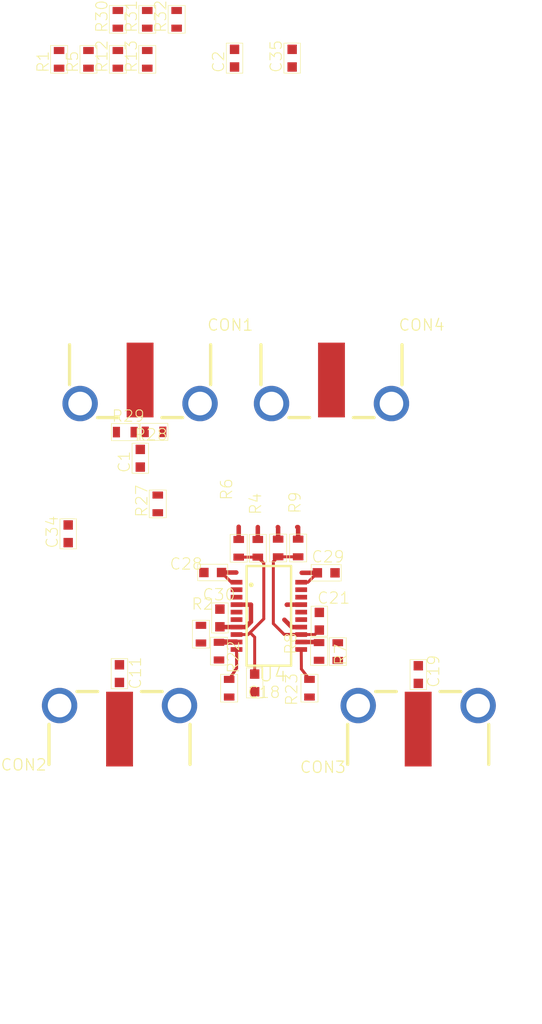
<source format=kicad_pcb>
(kicad_pcb (version 20221018) (generator pcbnew)
  (layers (0 "F.Cu" signal "Top") (1 "In1.Cu" signal "Route2") (2 "In2.Cu" signal "Route15") (31 "B.Cu" signal "Bottom") (34 "B.Paste" user) (35 "F.Paste" user) (36 "B.SilkS" user "B.Silkscreen") (37 "F.SilkS" user "F.Silkscreen") (38 "B.Mask" user) (39 "F.Mask" user) (44 "Edge.Cuts" user))
  (net 0 "")
  (net 1 "DGND")
  (net 2 "Net-(C11-1)")
  (net 3 "/Comparators/INPUT1")
  (net 4 "/Comparators/TH1")
  (net 5 "Net-(C19-1)")
  (net 6 "/Comparators/INPUT2")
  (net 7 "/Comparators/TH2")
  (net 8 "Net-(C34-2)")
  (net 9 "Net-(C35-2)")
  (net 10 "Net-(R22-1)")
  (net 11 "Net-(R23-2)")
  (net 16 "Net-(C1-1)")
  (net 17 "Net-(C2-1)")
  (net 18 "VCCIO_34")
  (net 19 "OUT1_P")
  (net 20 "OUT1_N")
  (net 21 "OUT2_P")
  (net 22 "OUT2_N")
  (footprint "carrier:QSOP20" (layer "F.Cu") (at 53.8988 125.603 -90)
    (fp_text reference "U4" (at 5.6729 0.9286) (layer "F.SilkS") (effects (font (size 1.2065 1.2065) (thickness 0.09652)) (justify left bottom)))
    (fp_text value "ADCMP552")
    (fp_line (start -4.235 -1.89) (end 4.235 -1.89) (stroke (width 0.2032)) (layer "F.SilkS"))
    (fp_line (start -4.235 1.89) (end -4.235 -1.89) (stroke (width 0.2032)) (layer "F.SilkS"))
    (fp_line (start 4.235 -1.89) (end 4.235 1.89) (stroke (width 0.2032)) (layer "F.SilkS"))
    (fp_line (start 4.235 1.89) (end -4.235 1.89) (stroke (width 0.2032)) (layer "F.SilkS"))
    (fp_circle (center -2.635 1.5) (end -2.535 1.5) (stroke (width 0.2)) (fill none) (layer "F.SilkS"))
    (pad "1" smd rect (at -2.858 2.75 270) (size 0.4 1) (layers "F.Cu" "F.Paste" "F.Mask") (net 18 "VCCIO_34"))
    (pad "2" smd rect (at -2.223 2.75 270) (size 0.4 1) (layers "F.Cu" "F.Paste" "F.Mask") (net 19 "OUT1_P"))
    (pad "3" smd rect (at -1.588 2.75 270) (size 0.4 1) (layers "F.Cu" "F.Paste" "F.Mask") (net 20 "OUT1_N"))
    (pad "4" smd rect (at -0.953 2.75 270) (size 0.4 1) (layers "F.Cu" "F.Paste" "F.Mask") (net 18 "VCCIO_34"))
    (pad "5" smd rect (at -0.318 2.75 270) (size 0.4 1) (layers "F.Cu" "F.Paste" "F.Mask"))
    (pad "6" smd rect (at 0.318 2.75 270) (size 0.4 1) (layers "F.Cu" "F.Paste" "F.Mask"))
    (pad "7" smd rect (at 0.953 2.75 270) (size 0.4 1) (layers "F.Cu" "F.Paste" "F.Mask") (net 18 "VCCIO_34"))
    (pad "8" smd rect (at 1.588 2.75 270) (size 0.4 1) (layers "F.Cu" "F.Paste" "F.Mask") (net 4 "/Comparators/TH1"))
    (pad "9" smd rect (at 2.223 2.75 270) (size 0.4 1) (layers "F.Cu" "F.Paste" "F.Mask") (net 3 "/Comparators/INPUT1"))
    (pad "10" smd rect (at 2.858 2.75 270) (size 0.4 1) (layers "F.Cu" "F.Paste" "F.Mask") (net 10 "Net-(R22-1)"))
    (pad "11" smd rect (at 2.858 -2.75 270) (size 0.4 1) (layers "F.Cu" "F.Paste" "F.Mask") (net 11 "Net-(R23-2)"))
    (pad "12" smd rect (at 2.223 -2.75 270) (size 0.4 1) (layers "F.Cu" "F.Paste" "F.Mask") (net 6 "/Comparators/INPUT2"))
    (pad "13" smd rect (at 1.588 -2.75 270) (size 0.4 1) (layers "F.Cu" "F.Paste" "F.Mask") (net 7 "/Comparators/TH2"))
    (pad "14" smd rect (at 0.953 -2.75 270) (size 0.4 1) (layers "F.Cu" "F.Paste" "F.Mask") (net 1 "DGND"))
    (pad "15" smd rect (at 0.318 -2.75 270) (size 0.4 1) (layers "F.Cu" "F.Paste" "F.Mask"))
    (pad "16" smd rect (at -0.318 -2.75 270) (size 0.4 1) (layers "F.Cu" "F.Paste" "F.Mask"))
    (pad "17" smd rect (at -0.953 -2.75 270) (size 0.4 1) (layers "F.Cu" "F.Paste" "F.Mask") (net 18 "VCCIO_34"))
    (pad "18" smd rect (at -1.588 -2.75 270) (size 0.4 1) (layers "F.Cu" "F.Paste" "F.Mask") (net 22 "OUT2_N"))
    (pad "19" smd rect (at -2.223 -2.75 270) (size 0.4 1) (layers "F.Cu" "F.Paste" "F.Mask") (net 21 "OUT2_P"))
    (pad "20" smd rect (at -2.858 -2.75 270) (size 0.4 1) (layers "F.Cu" "F.Paste" "F.Mask") (net 18 "VCCIO_34"))
  )
  (footprint "carrier:BNC_V-BITE_PCB_EDGE" (layer "F.Cu") (at 41.1988 133.223 -90)
    (fp_text reference "CON2" (at 5.6006 10.1688) (layer "F.SilkS") (effects (font (size 0.9652 0.9652) (thickness 0.09652)) (justify left bottom)))
    (fp_text value "BNC_361V504EFT" hide)
    (fp_line (start -1.19 -1.86) (end -1.19 -3.62) (stroke (width 0.28)) (layer "F.SilkS"))
    (fp_line (start -1.19 3.62) (end -1.19 1.86) (stroke (width 0.28)) (layer "F.SilkS"))
    (fp_line (start 1.6 -6) (end 5 -6) (stroke (width 0.28)) (layer "F.SilkS"))
    (fp_line (start 1.6 6) (end 5 6) (stroke (width 0.28)) (layer "F.SilkS"))
    (pad "GND$1" thru_hole circle (at 0 -5.1 270) (size 3.0099 3.0099) (drill 2.0066) (layers "*.Cu" "*.Mask") (net 18 "VCCIO_34"))
    (pad "GND$2" thru_hole circle (at 0 5.1 270) (size 3.0099 3.0099) (drill 2.0066) (layers "*.Cu" "*.Mask") (net 18 "VCCIO_34"))
    (pad "P$1" smd rect (at 2 0 270) (size 6.35 2.286) (layers "F.Cu" "F.Mask") (net 2 "Net-(C11-1)"))
  )
  (footprint "carrier:R_0603" (layer "F.Cu") (at 48.122681 127.158492 90)
    (fp_text reference "R2" (at 1.9988 -0.8606) (layer "F.SilkS") (effects (font (size 0.9652 0.9652) (thickness 0.077216)) (justify left bottom)))
    (fp_text value "100" hide)
    (fp_line (start -1.175 -0.725) (end -1.175 0.725) (stroke (width 0.05)) (layer "F.SilkS"))
    (fp_line (start -1.175 0.725) (end 1.175 0.725) (stroke (width 0.05)) (layer "F.SilkS"))
    (fp_line (start 1.175 -0.725) (end -1.175 -0.725) (stroke (width 0.05)) (layer "F.SilkS"))
    (fp_line (start 1.175 0.725) (end 1.175 -0.725) (stroke (width 0.05)) (layer "F.SilkS"))
    (pad "P$1" smd rect (at -0.75 0 90) (size 0.6 0.9) (layers "F.Cu" "F.Paste" "F.Mask") (net 3 "/Comparators/INPUT1"))
    (pad "P$2" smd rect (at 0.75 0 90) (size 0.6 0.9) (layers "F.Cu" "F.Paste" "F.Mask") (net 18 "VCCIO_34"))
  )
  (footprint "carrier:R_0603" (layer "F.Cu") (at 49.657 128.6002 90)
    (fp_text reference "R3" hide)
    (fp_text value "100" hide)
    (fp_line (start -1.175 -0.725) (end -1.175 0.725) (stroke (width 0.05)) (layer "F.SilkS"))
    (fp_line (start -1.175 0.725) (end 1.175 0.725) (stroke (width 0.05)) (layer "F.SilkS"))
    (fp_line (start 1.175 -0.725) (end -1.175 -0.725) (stroke (width 0.05)) (layer "F.SilkS"))
    (fp_line (start 1.175 0.725) (end 1.175 -0.725) (stroke (width 0.05)) (layer "F.SilkS"))
    (pad "P$1" smd rect (at -0.75 0 90) (size 0.6 0.9) (layers "F.Cu" "F.Paste" "F.Mask") (net 1 "DGND"))
    (pad "P$2" smd rect (at 0.75 0 90) (size 0.6 0.9) (layers "F.Cu" "F.Paste" "F.Mask") (net 3 "/Comparators/INPUT1"))
  )
  (footprint "carrier:R_0603" (layer "F.Cu") (at 52.959 119.8626 90)
    (fp_text reference "R4" (at 2.791 0.3732 90) (layer "F.SilkS") (effects (font (size 0.9652 0.9652) (thickness 0.077216)) (justify left bottom)))
    (fp_text value "1.1k" hide)
    (fp_line (start -1.175 -0.725) (end -1.175 0.725) (stroke (width 0.05)) (layer "F.SilkS"))
    (fp_line (start -1.175 0.725) (end 1.175 0.725) (stroke (width 0.05)) (layer "F.SilkS"))
    (fp_line (start 1.175 -0.725) (end -1.175 -0.725) (stroke (width 0.05)) (layer "F.SilkS"))
    (fp_line (start 1.175 0.725) (end 1.175 -0.725) (stroke (width 0.05)) (layer "F.SilkS"))
    (pad "P$1" smd rect (at -0.75 0 90) (size 0.6 0.9) (layers "F.Cu" "F.Paste" "F.Mask") (net 4 "/Comparators/TH1"))
    (pad "P$2" smd rect (at 0.75 0 90) (size 0.6 0.9) (layers "F.Cu" "F.Paste" "F.Mask") (net 18 "VCCIO_34"))
  )
  (footprint "carrier:C_MLCC_0603" (layer "F.Cu") (at 41.189453 130.510341 90)
    (fp_text reference "C11" (at -1.4016 1.9178 90) (layer "F.SilkS") (effects (font (size 0.9652 0.9652) (thickness 0.077216)) (justify left bottom)))
    (fp_text value "0.1u" hide)
    (fp_line (start -1.275 -0.7) (end -1.275 0.7) (stroke (width 0.05)) (layer "F.SilkS"))
    (fp_line (start -1.275 0.7) (end 1.275 0.7) (stroke (width 0.05)) (layer "F.SilkS"))
    (fp_line (start 1.275 -0.7) (end -1.275 -0.7) (stroke (width 0.05)) (layer "F.SilkS"))
    (fp_line (start 1.275 0.7) (end 1.275 -0.7) (stroke (width 0.05)) (layer "F.SilkS"))
    (pad "P$1" smd rect (at -0.75 0 90) (size 0.8 0.8) (layers "F.Cu" "F.Paste" "F.Mask") (net 2 "Net-(C11-1)"))
    (pad "P$2" smd rect (at 0.75 0 90) (size 0.8 0.8) (layers "F.Cu" "F.Paste" "F.Mask") (net 3 "/Comparators/INPUT1"))
  )
  (footprint "carrier:R_0603" (layer "F.Cu") (at 51.3334 119.8626 -90)
    (fp_text reference "R6" (at -4.0194 0.47 90) (layer "F.SilkS") (effects (font (size 0.9652 0.9652) (thickness 0.077216)) (justify left bottom)))
    (fp_text value "1.1k" hide)
    (fp_line (start -1.175 -0.725) (end -1.175 0.725) (stroke (width 0.05)) (layer "F.SilkS"))
    (fp_line (start -1.175 0.725) (end 1.175 0.725) (stroke (width 0.05)) (layer "F.SilkS"))
    (fp_line (start 1.175 -0.725) (end -1.175 -0.725) (stroke (width 0.05)) (layer "F.SilkS"))
    (fp_line (start 1.175 0.725) (end 1.175 -0.725) (stroke (width 0.05)) (layer "F.SilkS"))
    (pad "P$1" smd rect (at -0.75 0 270) (size 0.6 0.9) (layers "F.Cu" "F.Paste" "F.Mask") (net 1 "DGND"))
    (pad "P$2" smd rect (at 0.75 0 270) (size 0.6 0.9) (layers "F.Cu" "F.Paste" "F.Mask") (net 4 "/Comparators/TH1"))
  )
  (footprint "carrier:C_MLCC_0603" (layer "F.Cu") (at 52.692121 131.299385 90)
    (fp_text reference "C18" (at -1.3588 2.2398) (layer "F.SilkS") (effects (font (size 0.9652 0.9652) (thickness 0.077216)) (justify right bottom)))
    (fp_text value "100nF" hide)
    (fp_line (start -1.275 -0.7) (end -1.275 0.7) (stroke (width 0.05)) (layer "F.SilkS"))
    (fp_line (start -1.275 0.7) (end 1.275 0.7) (stroke (width 0.05)) (layer "F.SilkS"))
    (fp_line (start 1.275 -0.7) (end -1.275 -0.7) (stroke (width 0.05)) (layer "F.SilkS"))
    (fp_line (start 1.275 0.7) (end 1.275 -0.7) (stroke (width 0.05)) (layer "F.SilkS"))
    (pad "P$1" smd rect (at -0.75 0 90) (size 0.8 0.8) (layers "F.Cu" "F.Paste" "F.Mask") (net 1 "DGND"))
    (pad "P$2" smd rect (at 0.75 0 90) (size 0.8 0.8) (layers "F.Cu" "F.Paste" "F.Mask") (net 4 "/Comparators/TH1"))
  )
  (footprint "carrier:BNC_V-BITE_PCB_EDGE" (layer "F.Cu") (at 66.5988 133.223 -90)
    (fp_text reference "CON3" (at 5.8038 10.118) (layer "F.SilkS") (effects (font (size 0.9652 0.9652) (thickness 0.09652)) (justify left bottom)))
    (fp_text value "BNC_361V504EFT" hide)
    (fp_line (start -1.19 -1.86) (end -1.19 -3.62) (stroke (width 0.28)) (layer "F.SilkS"))
    (fp_line (start -1.19 3.62) (end -1.19 1.86) (stroke (width 0.28)) (layer "F.SilkS"))
    (fp_line (start 1.6 -6) (end 5 -6) (stroke (width 0.28)) (layer "F.SilkS"))
    (fp_line (start 1.6 6) (end 5 6) (stroke (width 0.28)) (layer "F.SilkS"))
    (pad "GND$1" thru_hole circle (at 0 -5.1 270) (size 3.0099 3.0099) (drill 2.0066) (layers "*.Cu" "*.Mask") (net 18 "VCCIO_34"))
    (pad "GND$2" thru_hole circle (at 0 5.1 270) (size 3.0099 3.0099) (drill 2.0066) (layers "*.Cu" "*.Mask") (net 18 "VCCIO_34"))
    (pad "P$1" smd rect (at 2 0 270) (size 6.35 2.286) (layers "F.Cu" "F.Mask") (net 5 "Net-(C19-1)"))
  )
  (footprint "carrier:R_0603" (layer "F.Cu") (at 59.759268 128.637753 -90)
    (fp_text reference "R7" (at -0.7428 -0.8 90) (layer "F.SilkS") (effects (font (size 0.9652 0.9652) (thickness 0.077216)) (justify right bottom)))
    (fp_text value "100" hide)
    (fp_line (start -1.175 -0.725) (end -1.175 0.725) (stroke (width 0.05)) (layer "F.SilkS"))
    (fp_line (start -1.175 0.725) (end 1.175 0.725) (stroke (width 0.05)) (layer "F.SilkS"))
    (fp_line (start 1.175 -0.725) (end -1.175 -0.725) (stroke (width 0.05)) (layer "F.SilkS"))
    (fp_line (start 1.175 0.725) (end 1.175 -0.725) (stroke (width 0.05)) (layer "F.SilkS"))
    (pad "P$1" smd rect (at -0.75 0 270) (size 0.6 0.9) (layers "F.Cu" "F.Paste" "F.Mask") (net 6 "/Comparators/INPUT2"))
    (pad "P$2" smd rect (at 0.75 0 270) (size 0.6 0.9) (layers "F.Cu" "F.Paste" "F.Mask") (net 18 "VCCIO_34"))
  )
  (footprint "carrier:R_0603" (layer "F.Cu") (at 58.166 128.6256 90)
    (fp_text reference "R8" (at -0.324 -1.8416 90) (layer "F.SilkS") (effects (font (size 0.9652 0.9652) (thickness 0.077216)) (justify left bottom)))
    (fp_text value "100" hide)
    (fp_line (start -1.175 -0.725) (end -1.175 0.725) (stroke (width 0.05)) (layer "F.SilkS"))
    (fp_line (start -1.175 0.725) (end 1.175 0.725) (stroke (width 0.05)) (layer "F.SilkS"))
    (fp_line (start 1.175 -0.725) (end -1.175 -0.725) (stroke (width 0.05)) (layer "F.SilkS"))
    (fp_line (start 1.175 0.725) (end 1.175 -0.725) (stroke (width 0.05)) (layer "F.SilkS"))
    (pad "P$1" smd rect (at -0.75 0 90) (size 0.6 0.9) (layers "F.Cu" "F.Paste" "F.Mask") (net 1 "DGND"))
    (pad "P$2" smd rect (at 0.75 0 90) (size 0.6 0.9) (layers "F.Cu" "F.Paste" "F.Mask") (net 6 "/Comparators/INPUT2"))
  )
  (footprint "carrier:R_0603" (layer "F.Cu") (at 56.388 119.8372 90)
    (fp_text reference "R9" (at 2.864 0.2922 90) (layer "F.SilkS") (effects (font (size 0.9652 0.9652) (thickness 0.077216)) (justify left bottom)))
    (fp_text value "1.1k" hide)
    (fp_line (start -1.175 -0.725) (end -1.175 0.725) (stroke (width 0.05)) (layer "F.SilkS"))
    (fp_line (start -1.175 0.725) (end 1.175 0.725) (stroke (width 0.05)) (layer "F.SilkS"))
    (fp_line (start 1.175 -0.725) (end -1.175 -0.725) (stroke (width 0.05)) (layer "F.SilkS"))
    (fp_line (start 1.175 0.725) (end 1.175 -0.725) (stroke (width 0.05)) (layer "F.SilkS"))
    (pad "P$1" smd rect (at -0.75 0 90) (size 0.6 0.9) (layers "F.Cu" "F.Paste" "F.Mask") (net 7 "/Comparators/TH2"))
    (pad "P$2" smd rect (at 0.75 0 90) (size 0.6 0.9) (layers "F.Cu" "F.Paste" "F.Mask") (net 18 "VCCIO_34"))
  )
  (footprint "carrier:C_MLCC_0603" (layer "F.Cu") (at 66.609468 130.590797 90)
    (fp_text reference "C19" (at -1.173 1.867 90) (layer "F.SilkS") (effects (font (size 0.9652 0.9652) (thickness 0.077216)) (justify left bottom)))
    (fp_text value "100n" hide)
    (fp_line (start -1.275 -0.7) (end -1.275 0.7) (stroke (width 0.05)) (layer "F.SilkS"))
    (fp_line (start -1.275 0.7) (end 1.275 0.7) (stroke (width 0.05)) (layer "F.SilkS"))
    (fp_line (start 1.275 -0.7) (end -1.275 -0.7) (stroke (width 0.05)) (layer "F.SilkS"))
    (fp_line (start 1.275 0.7) (end 1.275 -0.7) (stroke (width 0.05)) (layer "F.SilkS"))
    (pad "P$1" smd rect (at -0.75 0 90) (size 0.8 0.8) (layers "F.Cu" "F.Paste" "F.Mask") (net 5 "Net-(C19-1)"))
    (pad "P$2" smd rect (at 0.75 0 90) (size 0.8 0.8) (layers "F.Cu" "F.Paste" "F.Mask") (net 6 "/Comparators/INPUT2"))
  )
  (footprint "carrier:R_0603" (layer "F.Cu") (at 54.6862 119.8372 -90)
    (fp_text reference "R11" hide)
    (fp_text value "1k" hide)
    (fp_line (start -1.175 -0.725) (end -1.175 0.725) (stroke (width 0.05)) (layer "F.SilkS"))
    (fp_line (start -1.175 0.725) (end 1.175 0.725) (stroke (width 0.05)) (layer "F.SilkS"))
    (fp_line (start 1.175 -0.725) (end -1.175 -0.725) (stroke (width 0.05)) (layer "F.SilkS"))
    (fp_line (start 1.175 0.725) (end 1.175 -0.725) (stroke (width 0.05)) (layer "F.SilkS"))
    (pad "P$1" smd rect (at -0.75 0 270) (size 0.6 0.9) (layers "F.Cu" "F.Paste" "F.Mask") (net 1 "DGND"))
    (pad "P$2" smd rect (at 0.75 0 270) (size 0.6 0.9) (layers "F.Cu" "F.Paste" "F.Mask") (net 7 "/Comparators/TH2"))
  )
  (footprint "carrier:C_MLCC_0603" (layer "F.Cu") (at 58.1914 126.0602 -90)
    (fp_text reference "C21" (at -1.4096 0.2332) (layer "F.SilkS") (effects (font (size 0.9652 0.9652) (thickness 0.077216)) (justify left bottom)))
    (fp_text value "100nF" hide)
    (fp_line (start -1.275 -0.7) (end -1.275 0.7) (stroke (width 0.05)) (layer "F.SilkS"))
    (fp_line (start -1.275 0.7) (end 1.275 0.7) (stroke (width 0.05)) (layer "F.SilkS"))
    (fp_line (start 1.275 -0.7) (end -1.275 -0.7) (stroke (width 0.05)) (layer "F.SilkS"))
    (fp_line (start 1.275 0.7) (end 1.275 -0.7) (stroke (width 0.05)) (layer "F.SilkS"))
    (pad "P$1" smd rect (at -0.75 0 270) (size 0.8 0.8) (layers "F.Cu" "F.Paste" "F.Mask") (net 1 "DGND"))
    (pad "P$2" smd rect (at 0.75 0 270) (size 0.8 0.8) (layers "F.Cu" "F.Paste" "F.Mask") (net 7 "/Comparators/TH2"))
  )
  (footprint "carrier:C_MLCC_0603" (layer "F.Cu") (at 49.1236 121.92)
    (fp_text reference "C28" (at -3.713 -0.165) (layer "F.SilkS") (effects (font (size 0.9652 0.9652) (thickness 0.077216)) (justify left bottom)))
    (fp_text value "100nF" hide)
    (fp_line (start -1.275 -0.7) (end -1.275 0.7) (stroke (width 0.05)) (layer "F.SilkS"))
    (fp_line (start -1.275 0.7) (end 1.275 0.7) (stroke (width 0.05)) (layer "F.SilkS"))
    (fp_line (start 1.275 -0.7) (end -1.275 -0.7) (stroke (width 0.05)) (layer "F.SilkS"))
    (fp_line (start 1.275 0.7) (end 1.275 -0.7) (stroke (width 0.05)) (layer "F.SilkS"))
    (pad "P$1" smd rect (at -0.75 0) (size 0.8 0.8) (layers "F.Cu" "F.Paste" "F.Mask") (net 1 "DGND"))
    (pad "P$2" smd rect (at 0.75 0) (size 0.8 0.8) (layers "F.Cu" "F.Paste" "F.Mask") (net 18 "VCCIO_34"))
  )
  (footprint "carrier:C_MLCC_0603" (layer "F.Cu") (at 58.7756 121.9454)
    (fp_text reference "C29" (at -1.3 -0.8) (layer "F.SilkS") (effects (font (size 0.9652 0.9652) (thickness 0.077216)) (justify left bottom)))
    (fp_text value "100nF" hide)
    (fp_line (start -1.275 -0.7) (end -1.275 0.7) (stroke (width 0.05)) (layer "F.SilkS"))
    (fp_line (start -1.275 0.7) (end 1.275 0.7) (stroke (width 0.05)) (layer "F.SilkS"))
    (fp_line (start 1.275 -0.7) (end -1.275 -0.7) (stroke (width 0.05)) (layer "F.SilkS"))
    (fp_line (start 1.275 0.7) (end 1.275 -0.7) (stroke (width 0.05)) (layer "F.SilkS"))
    (pad "P$1" smd rect (at -0.75 0) (size 0.8 0.8) (layers "F.Cu" "F.Paste" "F.Mask") (net 18 "VCCIO_34"))
    (pad "P$2" smd rect (at 0.75 0) (size 0.8 0.8) (layers "F.Cu" "F.Paste" "F.Mask") (net 1 "DGND"))
  )
  (footprint "carrier:C_MLCC_0603" (layer "F.Cu") (at 49.7332 125.7808 -90)
    (fp_text reference "C30" (at -1.4096 1.5286) (layer "F.SilkS") (effects (font (size 0.9652 0.9652) (thickness 0.077216)) (justify left bottom)))
    (fp_text value "100nF" hide)
    (fp_line (start -1.275 -0.7) (end -1.275 0.7) (stroke (width 0.05)) (layer "F.SilkS"))
    (fp_line (start -1.275 0.7) (end 1.275 0.7) (stroke (width 0.05)) (layer "F.SilkS"))
    (fp_line (start 1.275 -0.7) (end -1.275 -0.7) (stroke (width 0.05)) (layer "F.SilkS"))
    (fp_line (start 1.275 0.7) (end 1.275 -0.7) (stroke (width 0.05)) (layer "F.SilkS"))
    (pad "P$1" smd rect (at -0.75 0 270) (size 0.8 0.8) (layers "F.Cu" "F.Paste" "F.Mask") (net 1 "DGND"))
    (pad "P$2" smd rect (at 0.75 0 270) (size 0.8 0.8) (layers "F.Cu" "F.Paste" "F.Mask") (net 18 "VCCIO_34"))
  )
  (footprint "carrier:R_0603" (layer "F.Cu") (at 50.5206 131.7498 -90)
    (fp_text reference "R22" (at -1.2 -0.927 90) (layer "F.SilkS") (effects (font (size 0.9652 0.9652) (thickness 0.077216)) (justify left bottom)))
    (fp_text value "DNP" hide)
    (fp_line (start -1.175 -0.725) (end -1.175 0.725) (stroke (width 0.05)) (layer "F.SilkS"))
    (fp_line (start -1.175 0.725) (end 1.175 0.725) (stroke (width 0.05)) (layer "F.SilkS"))
    (fp_line (start 1.175 -0.725) (end -1.175 -0.725) (stroke (width 0.05)) (layer "F.SilkS"))
    (fp_line (start 1.175 0.725) (end 1.175 -0.725) (stroke (width 0.05)) (layer "F.SilkS"))
    (pad "P$1" smd rect (at -0.75 0 270) (size 0.6 0.9) (layers "F.Cu" "F.Paste" "F.Mask") (net 10 "Net-(R22-1)"))
    (pad "P$2" smd rect (at 0.75 0 270) (size 0.6 0.9) (layers "F.Cu" "F.Paste" "F.Mask") (net 1 "DGND"))
  )
  (footprint "carrier:R_0603" (layer "F.Cu") (at 57.3532 131.7498 90)
    (fp_text reference "R23" (at -1.5556 -0.9524 90) (layer "F.SilkS") (effects (font (size 0.9652 0.9652) (thickness 0.077216)) (justify left bottom)))
    (fp_text value "DNP" hide)
    (fp_line (start -1.175 -0.725) (end -1.175 0.725) (stroke (width 0.05)) (layer "F.SilkS"))
    (fp_line (start -1.175 0.725) (end 1.175 0.725) (stroke (width 0.05)) (layer "F.SilkS"))
    (fp_line (start 1.175 -0.725) (end -1.175 -0.725) (stroke (width 0.05)) (layer "F.SilkS"))
    (fp_line (start 1.175 0.725) (end 1.175 -0.725) (stroke (width 0.05)) (layer "F.SilkS"))
    (pad "P$1" smd rect (at -0.75 0 90) (size 0.6 0.9) (layers "F.Cu" "F.Paste" "F.Mask") (net 1 "DGND"))
    (pad "P$2" smd rect (at 0.75 0 90) (size 0.6 0.9) (layers "F.Cu" "F.Paste" "F.Mask") (net 11 "Net-(R23-2)"))
  )
  (footprint "carrier:R_0603" (layer "F.Cu") (at 46.055 74.92 90)
    (fp_text reference "R32" (at -1.2 -0.8 90) (layer "F.SilkS") (effects (font (size 0.9652 0.9652) (thickness 0.077216)) (justify left bottom)))
    (fp_text value "49.9" hide)
    (fp_line (start -1.175 -0.725) (end -1.175 0.725) (stroke (width 0.05)) (layer "F.SilkS"))
    (fp_line (start -1.175 0.725) (end 1.175 0.725) (stroke (width 0.05)) (layer "F.SilkS"))
    (fp_line (start 1.175 -0.725) (end -1.175 -0.725) (stroke (width 0.05)) (layer "F.SilkS"))
    (fp_line (start 1.175 0.725) (end 1.175 -0.725) (stroke (width 0.05)) (layer "F.SilkS"))
    (pad "P$1" smd rect (at -0.75 0 90) (size 0.6 0.9) (layers "F.Cu" "F.Paste" "F.Mask") (net 1 "DGND"))
    (pad "P$2" smd rect (at 0.75 0 90) (size 0.6 0.9) (layers "F.Cu" "F.Paste" "F.Mask") (net 9 "Net-(C35-2)"))
  )
  (footprint "carrier:R_0603" (layer "F.Cu") (at 38.555 78.32 90)
    (fp_text reference "R5" (at -1.2 -0.8 90) (layer "F.SilkS") (effects (font (size 0.9652 0.9652) (thickness 0.077216)) (justify left bottom)))
    (fp_text value "1k" hide)
    (fp_line (start -1.175 -0.725) (end -1.175 0.725) (stroke (width 0.05)) (layer "F.SilkS"))
    (fp_line (start -1.175 0.725) (end 1.175 0.725) (stroke (width 0.05)) (layer "F.SilkS"))
    (fp_line (start 1.175 -0.725) (end -1.175 -0.725) (stroke (width 0.05)) (layer "F.SilkS"))
    (fp_line (start 1.175 0.725) (end 1.175 -0.725) (stroke (width 0.05)) (layer "F.SilkS"))
    (pad "P$1" smd rect (at -0.75 0 90) (size 0.6 0.9) (layers "F.Cu" "F.Paste" "F.Mask") (net 1 "DGND"))
    (pad "P$2" smd rect (at 0.75 0 90) (size 0.6 0.9) (layers "F.Cu" "F.Paste" "F.Mask") (net 16 "Net-(C1-1)"))
  )
  (footprint "carrier:C_MLCC_0603" (layer "F.Cu") (at 36.83 118.63 90)
    (fp_text reference "C34" (at -1.3 -0.8 90) (layer "F.SilkS") (effects (font (size 0.9652 0.9652) (thickness 0.077216)) (justify left bottom)))
    (fp_text value "100nF" hide)
    (fp_line (start -1.275 -0.7) (end -1.275 0.7) (stroke (width 0.05)) (layer "F.SilkS"))
    (fp_line (start -1.275 0.7) (end 1.275 0.7) (stroke (width 0.05)) (layer "F.SilkS"))
    (fp_line (start 1.275 -0.7) (end -1.275 -0.7) (stroke (width 0.05)) (layer "F.SilkS"))
    (fp_line (start 1.275 0.7) (end 1.275 -0.7) (stroke (width 0.05)) (layer "F.SilkS"))
    (pad "P$1" smd rect (at -0.75 0 90) (size 0.8 0.8) (layers "F.Cu" "F.Paste" "F.Mask") (net 1 "DGND"))
    (pad "P$2" smd rect (at 0.75 0 90) (size 0.8 0.8) (layers "F.Cu" "F.Paste" "F.Mask") (net 8 "Net-(C34-2)"))
  )
  (footprint "carrier:R_0603" (layer "F.Cu") (at 44.45 116.09 90)
    (fp_text reference "R27" (at -1.2 -0.8 90) (layer "F.SilkS") (effects (font (size 0.9652 0.9652) (thickness 0.077216)) (justify left bottom)))
    (fp_text value "49.9" hide)
    (fp_line (start -1.175 -0.725) (end -1.175 0.725) (stroke (width 0.05)) (layer "F.SilkS"))
    (fp_line (start -1.175 0.725) (end 1.175 0.725) (stroke (width 0.05)) (layer "F.SilkS"))
    (fp_line (start 1.175 -0.725) (end -1.175 -0.725) (stroke (width 0.05)) (layer "F.SilkS"))
    (fp_line (start 1.175 0.725) (end 1.175 -0.725) (stroke (width 0.05)) (layer "F.SilkS"))
    (pad "P$1" smd rect (at -0.75 0 90) (size 0.6 0.9) (layers "F.Cu" "F.Paste" "F.Mask") (net 8 "Net-(C34-2)"))
    (pad "P$2" smd rect (at 0.75 0 90) (size 0.6 0.9) (layers "F.Cu" "F.Paste" "F.Mask") (net 19 "OUT1_P"))
  )
  (footprint "carrier:BNC_V-BITE_PCB_EDGE" (layer "F.Cu") (at 59.225 107.56505 90)
    (fp_text reference "CON4" (at 6.1086 9.6862) (layer "F.SilkS") (effects (font (size 0.9652 0.9652) (thickness 0.09652)) (justify right bottom)))
    (fp_text value "BNC_361V504EFT" hide)
    (fp_line (start -1.19 -1.86) (end -1.19 -3.62) (stroke (width 0.28)) (layer "F.SilkS"))
    (fp_line (start -1.19 3.62) (end -1.19 1.86) (stroke (width 0.28)) (layer "F.SilkS"))
    (fp_line (start 1.6 -6) (end 5 -6) (stroke (width 0.28)) (layer "F.SilkS"))
    (fp_line (start 1.6 6) (end 5 6) (stroke (width 0.28)) (layer "F.SilkS"))
    (pad "GND$1" thru_hole circle (at 0 -5.1 90) (size 3.0099 3.0099) (drill 2.0066) (layers "*.Cu" "*.Mask") (net 18 "VCCIO_34"))
    (pad "GND$2" thru_hole circle (at 0 5.1 90) (size 3.0099 3.0099) (drill 2.0066) (layers "*.Cu" "*.Mask") (net 18 "VCCIO_34"))
    (pad "P$1" smd rect (at 2 0 90) (size 6.35 2.286) (layers "F.Cu" "F.Mask") (net 17 "Net-(C2-1)"))
  )
  (footprint "carrier:R_0603" (layer "F.Cu") (at 36.055 78.32 90)
    (fp_text reference "R1" (at -1.2 -0.8 90) (layer "F.SilkS") (effects (font (size 0.9652 0.9652) (thickness 0.077216)) (justify left bottom)))
    (fp_text value "1k" hide)
    (fp_line (start -1.175 -0.725) (end -1.175 0.725) (stroke (width 0.05)) (layer "F.SilkS"))
    (fp_line (start -1.175 0.725) (end 1.175 0.725) (stroke (width 0.05)) (layer "F.SilkS"))
    (fp_line (start 1.175 -0.725) (end -1.175 -0.725) (stroke (width 0.05)) (layer "F.SilkS"))
    (fp_line (start 1.175 0.725) (end 1.175 -0.725) (stroke (width 0.05)) (layer "F.SilkS"))
    (pad "P$1" smd rect (at -0.75 0 90) (size 0.6 0.9) (layers "F.Cu" "F.Paste" "F.Mask") (net 16 "Net-(C1-1)"))
    (pad "P$2" smd rect (at 0.75 0 90) (size 0.6 0.9) (layers "F.Cu" "F.Paste" "F.Mask") (net 18 "VCCIO_34"))
  )
  (footprint "carrier:R_0603" (layer "F.Cu") (at 41.683787 109.989313)
    (fp_text reference "R29" (at -1.2 -0.8) (layer "F.SilkS") (effects (font (size 0.9652 0.9652) (thickness 0.077216)) (justify left bottom)))
    (fp_text value "49.9" hide)
    (fp_line (start -1.175 -0.725) (end -1.175 0.725) (stroke (width 0.05)) (layer "F.SilkS"))
    (fp_line (start -1.175 0.725) (end 1.175 0.725) (stroke (width 0.05)) (layer "F.SilkS"))
    (fp_line (start 1.175 -0.725) (end -1.175 -0.725) (stroke (width 0.05)) (layer "F.SilkS"))
    (fp_line (start 1.175 0.725) (end 1.175 -0.725) (stroke (width 0.05)) (layer "F.SilkS"))
    (pad "P$1" smd rect (at -0.75 0) (size 0.6 0.9) (layers "F.Cu" "F.Paste" "F.Mask") (net 1 "DGND"))
    (pad "P$2" smd rect (at 0.75 0) (size 0.6 0.9) (layers "F.Cu" "F.Paste" "F.Mask") (net 8 "Net-(C34-2)"))
  )
  (footprint "carrier:C_MLCC_0603" (layer "F.Cu") (at 42.962184 112.212117 90)
    (fp_text reference "C1" (at -1.3 -0.8 90) (layer "F.SilkS") (effects (font (size 0.9652 0.9652) (thickness 0.077216)) (justify left bottom)))
    (fp_text value "100nF" hide)
    (fp_line (start -1.275 -0.7) (end -1.275 0.7) (stroke (width 0.05)) (layer "F.SilkS"))
    (fp_line (start -1.275 0.7) (end 1.275 0.7) (stroke (width 0.05)) (layer "F.SilkS"))
    (fp_line (start 1.275 -0.7) (end -1.275 -0.7) (stroke (width 0.05)) (layer "F.SilkS"))
    (fp_line (start 1.275 0.7) (end 1.275 -0.7) (stroke (width 0.05)) (layer "F.SilkS"))
    (pad "P$1" smd rect (at -0.75 0 90) (size 0.8 0.8) (layers "F.Cu" "F.Paste" "F.Mask") (net 16 "Net-(C1-1)"))
    (pad "P$2" smd rect (at 0.75 0 90) (size 0.8 0.8) (layers "F.Cu" "F.Paste" "F.Mask") (net 20 "OUT1_N"))
  )
  (footprint "carrier:C_MLCC_0603" (layer "F.Cu") (at 55.88 78.22 90)
    (fp_text reference "C35" (at -1.3 -0.8 90) (layer "F.SilkS") (effects (font (size 0.9652 0.9652) (thickness 0.077216)) (justify left bottom)))
    (fp_text value "100nF" hide)
    (fp_line (start -1.275 -0.7) (end -1.275 0.7) (stroke (width 0.05)) (layer "F.SilkS"))
    (fp_line (start -1.275 0.7) (end 1.275 0.7) (stroke (width 0.05)) (layer "F.SilkS"))
    (fp_line (start 1.275 -0.7) (end -1.275 -0.7) (stroke (width 0.05)) (layer "F.SilkS"))
    (fp_line (start 1.275 0.7) (end 1.275 -0.7) (stroke (width 0.05)) (layer "F.SilkS"))
    (pad "P$1" smd rect (at -0.75 0 90) (size 0.8 0.8) (layers "F.Cu" "F.Paste" "F.Mask") (net 1 "DGND"))
    (pad "P$2" smd rect (at 0.75 0 90) (size 0.8 0.8) (layers "F.Cu" "F.Paste" "F.Mask") (net 9 "Net-(C35-2)"))
  )
  (footprint "carrier:R_0603" (layer "F.Cu") (at 43.555 74.92 90)
    (fp_text reference "R31" (at -1.2 -0.8 90) (layer "F.SilkS") (effects (font (size 0.9652 0.9652) (thickness 0.077216)) (justify left bottom)))
    (fp_text value "49.9" hide)
    (fp_line (start -1.175 -0.725) (end -1.175 0.725) (stroke (width 0.05)) (layer "F.SilkS"))
    (fp_line (start -1.175 0.725) (end 1.175 0.725) (stroke (width 0.05)) (layer "F.SilkS"))
    (fp_line (start 1.175 -0.725) (end -1.175 -0.725) (stroke (width 0.05)) (layer "F.SilkS"))
    (fp_line (start 1.175 0.725) (end 1.175 -0.725) (stroke (width 0.05)) (layer "F.SilkS"))
    (pad "P$1" smd rect (at -0.75 0 90) (size 0.6 0.9) (layers "F.Cu" "F.Paste" "F.Mask") (net 9 "Net-(C35-2)"))
    (pad "P$2" smd rect (at 0.75 0 90) (size 0.6 0.9) (layers "F.Cu" "F.Paste" "F.Mask") (net 22 "OUT2_N"))
  )
  (footprint "carrier:R_0603" (layer "F.Cu") (at 43.555 78.32 90)
    (fp_text reference "R13" (at -1.2 -0.8 90) (layer "F.SilkS") (effects (font (size 0.9652 0.9652) (thickness 0.077216)) (justify left bottom)))
    (fp_text value "1k" hide)
    (fp_line (start -1.175 -0.725) (end -1.175 0.725) (stroke (width 0.05)) (layer "F.SilkS"))
    (fp_line (start -1.175 0.725) (end 1.175 0.725) (stroke (width 0.05)) (layer "F.SilkS"))
    (fp_line (start 1.175 -0.725) (end -1.175 -0.725) (stroke (width 0.05)) (layer "F.SilkS"))
    (fp_line (start 1.175 0.725) (end 1.175 -0.725) (stroke (width 0.05)) (layer "F.SilkS"))
    (pad "P$1" smd rect (at -0.75 0 90) (size 0.6 0.9) (layers "F.Cu" "F.Paste" "F.Mask") (net 1 "DGND"))
    (pad "P$2" smd rect (at 0.75 0 90) (size 0.6 0.9) (layers "F.Cu" "F.Paste" "F.Mask") (net 17 "Net-(C2-1)"))
  )
  (footprint "carrier:BNC_V-BITE_PCB_EDGE" (layer "F.Cu") (at 42.945 107.56505 90)
    (fp_text reference "CON1" (at 6.1086 9.6862) (layer "F.SilkS") (effects (font (size 0.9652 0.9652) (thickness 0.09652)) (justify right bottom)))
    (fp_text value "BNC_361V504EFT" hide)
    (fp_line (start -1.19 -1.86) (end -1.19 -3.62) (stroke (width 0.28)) (layer "F.SilkS"))
    (fp_line (start -1.19 3.62) (end -1.19 1.86) (stroke (width 0.28)) (layer "F.SilkS"))
    (fp_line (start 1.6 -6) (end 5 -6) (stroke (width 0.28)) (layer "F.SilkS"))
    (fp_line (start 1.6 6) (end 5 6) (stroke (width 0.28)) (layer "F.SilkS"))
    (pad "GND$1" thru_hole circle (at 0 -5.1 90) (size 3.0099 3.0099) (drill 2.0066) (layers "*.Cu" "*.Mask") (net 18 "VCCIO_34"))
    (pad "GND$2" thru_hole circle (at 0 5.1 90) (size 3.0099 3.0099) (drill 2.0066) (layers "*.Cu" "*.Mask") (net 18 "VCCIO_34"))
    (pad "P$1" smd rect (at 2 0 90) (size 6.35 2.286) (layers "F.Cu" "F.Mask") (net 16 "Net-(C1-1)"))
  )
  (footprint "carrier:R_0603" (layer "F.Cu") (at 41.055 74.92 90)
    (fp_text reference "R30" (at -1.2 -0.8 90) (layer "F.SilkS") (effects (font (size 0.9652 0.9652) (thickness 0.077216)) (justify left bottom)))
    (fp_text value "49.9" hide)
    (fp_line (start -1.175 -0.725) (end -1.175 0.725) (stroke (width 0.05)) (layer "F.SilkS"))
    (fp_line (start -1.175 0.725) (end 1.175 0.725) (stroke (width 0.05)) (layer "F.SilkS"))
    (fp_line (start 1.175 -0.725) (end -1.175 -0.725) (stroke (width 0.05)) (layer "F.SilkS"))
    (fp_line (start 1.175 0.725) (end 1.175 -0.725) (stroke (width 0.05)) (layer "F.SilkS"))
    (pad "P$1" smd rect (at -0.75 0 90) (size 0.6 0.9) (layers "F.Cu" "F.Paste" "F.Mask") (net 9 "Net-(C35-2)"))
    (pad "P$2" smd rect (at 0.75 0 90) (size 0.6 0.9) (layers "F.Cu" "F.Paste" "F.Mask") (net 21 "OUT2_P"))
  )
  (footprint "carrier:C_MLCC_0603" (layer "F.Cu") (at 50.98 78.22 90)
    (fp_text reference "C2" (at -1.3 -0.8 90) (layer "F.SilkS") (effects (font (size 0.9652 0.9652) (thickness 0.077216)) (justify left bottom)))
    (fp_text value "100nF" hide)
    (fp_line (start -1.275 -0.7) (end -1.275 0.7) (stroke (width 0.05)) (layer "F.SilkS"))
    (fp_line (start -1.275 0.7) (end 1.275 0.7) (stroke (width 0.05)) (layer "F.SilkS"))
    (fp_line (start 1.275 -0.7) (end -1.275 -0.7) (stroke (width 0.05)) (layer "F.SilkS"))
    (fp_line (start 1.275 0.7) (end 1.275 -0.7) (stroke (width 0.05)) (layer "F.SilkS"))
    (pad "P$1" smd rect (at -0.75 0 90) (size 0.8 0.8) (layers "F.Cu" "F.Paste" "F.Mask") (net 17 "Net-(C2-1)"))
    (pad "P$2" smd rect (at 0.75 0 90) (size 0.8 0.8) (layers "F.Cu" "F.Paste" "F.Mask") (net 22 "OUT2_N"))
  )
  (footprint "carrier:R_0603" (layer "F.Cu") (at 41.055 78.32 90)
    (fp_text reference "R12" (at -1.2 -0.8 90) (layer "F.SilkS") (effects (font (size 0.9652 0.9652) (thickness 0.077216)) (justify left bottom)))
    (fp_text value "1k" hide)
    (fp_line (start -1.175 -0.725) (end -1.175 0.725) (stroke (width 0.05)) (layer "F.SilkS"))
    (fp_line (start -1.175 0.725) (end 1.175 0.725) (stroke (width 0.05)) (layer "F.SilkS"))
    (fp_line (start 1.175 -0.725) (end -1.175 -0.725) (stroke (width 0.05)) (layer "F.SilkS"))
    (fp_line (start 1.175 0.725) (end 1.175 -0.725) (stroke (width 0.05)) (layer "F.SilkS"))
    (pad "P$1" smd rect (at -0.75 0 90) (size 0.6 0.9) (layers "F.Cu" "F.Paste" "F.Mask") (net 17 "Net-(C2-1)"))
    (pad "P$2" smd rect (at 0.75 0 90) (size 0.6 0.9) (layers "F.Cu" "F.Paste" "F.Mask") (net 18 "VCCIO_34"))
  )
  (footprint "carrier:R_0603" (layer "F.Cu") (at 44.133152 109.972944 180)
    (fp_text reference "R28" (at -1.2 -0.8) (layer "F.SilkS") (effects (font (size 0.9652 0.9652) (thickness 0.077216)) (justify right bottom)))
    (fp_text value "49.9" hide)
    (fp_line (start -1.175 -0.725) (end -1.175 0.725) (stroke (width 0.05)) (layer "F.SilkS"))
    (fp_line (start -1.175 0.725) (end 1.175 0.725) (stroke (width 0.05)) (layer "F.SilkS"))
    (fp_line (start 1.175 -0.725) (end -1.175 -0.725) (stroke (width 0.05)) (layer "F.SilkS"))
    (fp_line (start 1.175 0.725) (end 1.175 -0.725) (stroke (width 0.05)) (layer "F.SilkS"))
    (pad "P$1" smd rect (at -0.75 0 180) (size 0.6 0.9) (layers "F.Cu" "F.Paste" "F.Mask") (net 8 "Net-(C34-2)"))
    (pad "P$2" smd rect (at 0.75 0 180) (size 0.6 0.9) (layers "F.Cu" "F.Paste" "F.Mask") (net 20 "OUT1_N"))
  )
  (segment (start 56.6488 126.556) (end 55.8424 126.556) (width 0.381) (layer "F.Cu") (net 1))
  (segment (start 55.8424 126.556) (end 55.2196 125.9332) (width 0.381) (layer "F.Cu") (net 1))
  (segment (start 51.3334 119.1126) (end 51.3334 118.0338) (width 0.381) (layer "F.Cu") (net 1))
  (segment (start 54.6862 118.0846) (end 54.6608 118.0592) (width 0.381) (layer "F.Cu") (net 1))
  (segment (start 54.6862 119.0872) (end 54.6862 118.0846) (width 0.381) (layer "F.Cu") (net 1))
  (segment (start 49.6812 127.826) (end 49.657 127.8502) (width 0.4572) (layer "F.Cu") (net 3))
  (segment (start 51.1488 127.826) (end 49.6812 127.826) (width 0.4572) (layer "F.Cu") (net 3))
  (segment (start 49.6812 127.826) (end 49.657 127.8502) (width 0.4572) (layer "F.Cu") (net 3))
  (segment (start 49.6062 127.901) (end 49.657 127.8502) (width 0.4572) (layer "F.Cu") (net 3))
  (segment (start 51.1488 127.191) (end 52.133 127.191) (width 0.254) (layer "F.Cu") (net 4))
  (segment (start 53.467 121.1206) (end 52.959 120.6126) (width 0.254) (layer "F.Cu") (net 4))
  (segment (start 53.467 121.1206) (end 53.467 125.857) (width 0.254) (layer "F.Cu") (net 4))
  (segment (start 52.959 120.6126) (end 51.3334 120.6126) (width 0.254) (layer "F.Cu") (net 4))
  (segment (start 52.692121 130.549385) (end 52.692121 127.417008) (width 0.25) (layer "F.Cu") (net 4))
  (segment (start 52.692121 127.417008) (end 52.299556 127.024443) (width 0.25) (layer "F.Cu") (net 4))
  (segment (start 52.133 127.191) (end 52.299556 127.024443) (width 0.254) (layer "F.Cu") (net 4))
  (segment (start 52.299556 127.024443) (end 53.467 125.857) (width 0.254) (layer "F.Cu") (net 4))
  (segment (start 56.6488 127.826) (end 58.1164 127.826) (width 0.381) (layer "F.Cu") (net 6))
  (segment (start 58.1164 127.826) (end 58.166 127.8756) (width 0.381) (layer "F.Cu") (net 6))
  (segment (start 54.6862 120.5872) (end 56.388 120.5872) (width 0.254) (layer "F.Cu") (net 7))
  (segment (start 54.6862 120.5872) (end 54.2798 120.9936) (width 0.254) (layer "F.Cu") (net 7))
  (segment (start 54.2798 120.9936) (end 54.2798 126.2634) (width 0.254) (layer "F.Cu") (net 7))
  (segment (start 54.2798 126.2634) (end 55.1942 127.1778) (width 0.254) (layer "F.Cu") (net 7))
  (segment (start 55.1942 127.1778) (end 56.6356 127.1778) (width 0.254) (layer "F.Cu") (net 7))
  (segment (start 56.6356 127.1778) (end 56.6488 127.191) (width 0.254) (layer "F.Cu") (net 7))
  (segment (start 56.6488 127.191) (end 57.8106 127.191) (width 0.254) (layer "F.Cu") (net 7))
  (segment (start 57.8106 127.191) (end 58.1914 126.8102) (width 0.254) (layer "F.Cu") (net 7))
  (segment (start 50.5206 130.9998) (end 51.1556 130.048) (width 0.254) (layer "F.Cu") (net 10))
  (segment (start 51.1556 130.048) (end 51.1488 128.461) (width 0.254) (layer "F.Cu") (net 10))
  (segment (start 57.3532 130.9998) (end 56.6674 130.1242) (width 0.254) (layer "F.Cu") (net 11))
  (segment (start 56.6674 130.1242) (end 56.6488 128.461) (width 0.254) (layer "F.Cu") (net 11))
  (segment (start 52.959 119.1126) (end 52.959 118.0592) (width 0.381) (layer "F.Cu") (net 18))
  (segment (start 56.388 119.0872) (end 56.388 118.0846) (width 0.381) (layer "F.Cu") (net 18))
  (segment (start 56.388 118.0846) (end 56.3626 118.0592) (width 0.381) (layer "F.Cu") (net 18))
  (segment (start 56.3626 118.0592) (end 56.3118 118.0592) (width 0.381) (layer "F.Cu") (net 18))
  (segment (start 51.1488 122.745) (end 50.6986 122.745) (width 0.254) (layer "F.Cu") (net 18))
  (segment (start 50.6986 122.745) (end 49.8736 121.92) (width 0.254) (layer "F.Cu") (net 18))
  (segment (start 56.6488 122.745) (end 57.226 122.745) (width 0.254) (layer "F.Cu") (net 18))
  (segment (start 57.226 122.745) (end 58.0256 121.9454) (width 0.254) (layer "F.Cu") (net 18))
  (segment (start 49.8736 121.92) (end 51.1048 121.92) (width 0.381) (layer "F.Cu") (net 18))
  (segment (start 51.1302 121.92) (end 51.1048 121.92) (width 0.381) (layer "F.Cu") (net 18))
  (segment (start 51.1488 124.65) (end 52.3748 124.65) (width 0.381) (layer "F.Cu") (net 18))
  (segment (start 58.0256 121.9454) (end 56.6928 121.9454) (width 0.381) (layer "F.Cu") (net 18))
  (segment (start 56.6488 124.65) (end 55.436 124.65) (width 0.381) (layer "F.Cu") (net 18))
  (segment (start 55.436 124.65) (end 55.4228 124.6632) (width 0.381) (layer "F.Cu") (net 18))
  (segment (start 51.1488 126.556) (end 49.7584 126.556) (width 0.381) (layer "F.Cu") (net 18))
  (segment (start 49.7584 126.556) (end 49.7332 126.5308) (width 0.381) (layer "F.Cu") (net 18))
  (segment (start 51.1488 126.556) (end 51.9298 126.556) (width 0.381) (layer "F.Cu") (net 18))
  (segment (start 51.9298 126.556) (end 52.3748 126.111) (width 0.381) (layer "F.Cu") (net 18))
  (segment (start 52.3748 126.111) (end 52.3748 124.65) (width 0.381) (layer "F.Cu") (net 18))
)
</source>
